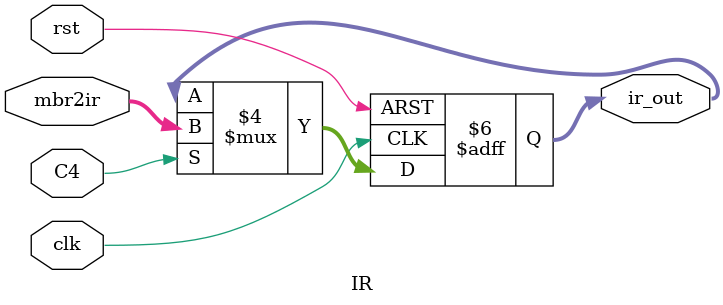
<source format=v>
`timescale 1ns / 1ps

module IR(
    input clk,
    input rst,
    input C4,               // MBR to IR
    input [7:0] mbr2ir,
    output reg [7:0] ir_out
);

    always @(negedge clk or negedge rst)
    begin
        if (~rst)
            ir_out = 0;
        else
        begin
            if(C4)
                ir_out = mbr2ir;
        end
    end

endmodule // IR
</source>
